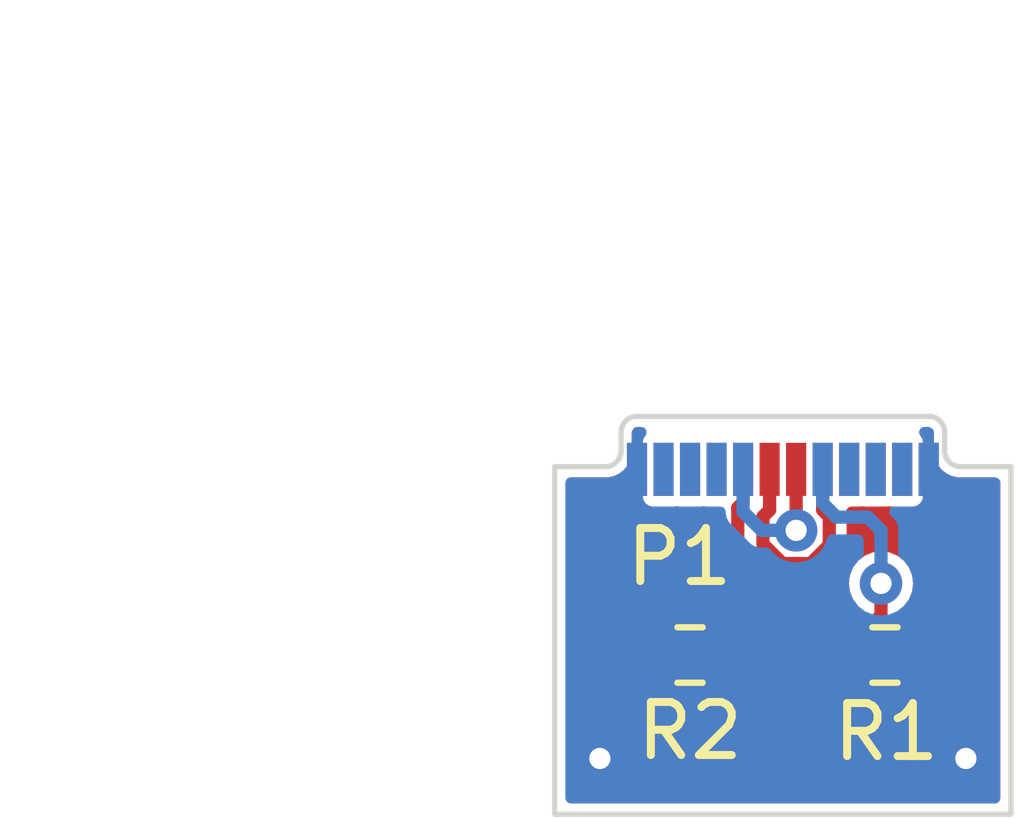
<source format=kicad_pcb>
(kicad_pcb (version 20240108) (generator "pcbnew") (generator_version "8.0")
  (title_block (title "Loop Back SuzyQ") (date "2024-07-26") (rev "A") (comment 1 "0.8 mm PCB Thickness"))
  (layers (0 "F.Cu" signal) (31 "B.Cu" signal) (34 "B.Paste" user) (35 "F.Paste" user) (36 "B.SilkS" user "B.Silkscreen") (37 "F.SilkS" user "F.Silkscreen") (38 "B.Mask" user) (39 "F.Mask" user) (44 "Edge.Cuts" user))
  (net 0 "")
  (net 1 "GND")
  (net 3 "/D-")
  (net 7 "Net-(P1-VCONN)")
  (net 9 "/D+")
  (net 10 "Net-(P1-CC)")
  (footprint "Resistor_SMD:R_0603_1608Metric" (layer "F.Cu") (at 138.175 75.5)
    (property "Reference" "R1" (at 0.025 1.45 0) (layer "F.SilkS"))
    (property "Value" "5.1k")
    (fp_line (start -0.237258 -0.5225) (end 0.237258 -0.5225) (stroke (width 0.12)) (layer "F.SilkS"))
    (fp_line (start -0.237258 0.5225) (end 0.237258 0.5225) (stroke (width 0.12)) (layer "F.SilkS"))
    (pad "1" smd roundrect (at -0.825 0) (size 0.8 0.95) (layers "F.Cu" "F.Paste" "F.Mask") (net 7 "Net-(P1-VCONN)"))
    (pad "2" smd roundrect (at 0.825 0) (size 0.8 0.95) (layers "F.Cu" "F.Paste" "F.Mask") (net 1 "GND"))
  )
  (footprint "MolexPlug:USB_C_Plug_Molex_105444" (layer "F.Cu") (at 136.25 71.96)
    (property "Reference" "P1" (at -1.95 1.69 0) (layer "F.SilkS"))
    (property "Value" "USB_C_Plug")
    (pad "A1" smd rect (at -2.75 0.04) (size 0.38 1) (layers "F.Cu" "F.Paste" "F.Mask") (net 1 "GND"))
    (pad "A2" smd rect (at -2.25 0.04) (size 0.38 1) (layers "F.Cu" "F.Paste" "F.Mask"))
    (pad "A3" smd rect (at -1.75 0.04) (size 0.38 1) (layers "F.Cu" "F.Paste" "F.Mask"))
    (pad "A4" smd rect (at -1.25 0.04) (size 0.38 1) (layers "F.Cu" "F.Paste" "F.Mask"))
    (pad "A5" smd rect (at -0.75 0.04) (size 0.38 1) (layers "F.Cu" "F.Paste" "F.Mask") (net 10 "Net-(P1-CC)"))
    (pad "A6" smd rect (at -0.25 0.04) (size 0.38 1) (layers "F.Cu" "F.Paste" "F.Mask") (net 9 "/D+"))
    (pad "A7" smd rect (at 0.25 0.04) (size 0.38 1) (layers "F.Cu" "F.Paste" "F.Mask") (net 3 "/D-"))
    (pad "A8" smd rect (at 0.75 0.04) (size 0.38 1) (layers "F.Cu" "F.Paste" "F.Mask") (net 9 "/D+"))
    (pad "A9" smd rect (at 1.25 0.04) (size 0.38 1) (layers "F.Cu" "F.Paste" "F.Mask"))
    (pad "A10" smd rect (at 1.75 0.04) (size 0.38 1) (layers "F.Cu" "F.Paste" "F.Mask"))
    (pad "A11" smd rect (at 2.25 0.04) (size 0.38 1) (layers "F.Cu" "F.Paste" "F.Mask"))
    (pad "A12" smd rect (at 2.75 0.04) (size 0.38 1) (layers "F.Cu" "F.Paste" "F.Mask") (net 1 "GND"))
    (pad "B1" smd rect (at 2.75 0.04) (size 0.38 1) (layers "B.Cu" "B.Paste" "B.Mask") (net 1 "GND"))
    (pad "B2" smd rect (at 2.25 0.04) (size 0.38 1) (layers "B.Cu" "B.Paste" "B.Mask"))
    (pad "B3" smd rect (at 1.75 0.04) (size 0.38 1) (layers "B.Cu" "B.Paste" "B.Mask"))
    (pad "B4" smd rect (at 1.25 0.04) (size 0.38 1) (layers "B.Cu" "B.Paste" "B.Mask"))
    (pad "B5" smd rect (at 0.75 0.04) (size 0.38 1) (layers "B.Cu" "B.Paste" "B.Mask") (net 7 "Net-(P1-VCONN)"))
    (pad "B8" smd rect (at -0.75 0.04) (size 0.38 1) (layers "B.Cu" "B.Paste" "B.Mask") (net 3 "/D-"))
    (pad "B9" smd rect (at -1.25 0.04) (size 0.38 1) (layers "B.Cu" "B.Paste" "B.Mask"))
    (pad "B10" smd rect (at -1.75 0.04) (size 0.38 1) (layers "B.Cu" "B.Paste" "B.Mask"))
    (pad "B11" smd rect (at -2.25 0.04) (size 0.38 1) (layers "B.Cu" "B.Paste" "B.Mask"))
    (pad "B12" smd rect (at -2.75 0.04) (size 0.38 1) (layers "B.Cu" "B.Paste" "B.Mask") (net 1 "GND"))
    (pad "S1" smd rect (at -3.42 0.88) (size 0.7 1.15) (layers "F.Cu" "F.Paste" "F.Mask") (net 1 "GND"))
    (pad "S1" smd rect (at 3.42 0.88) (size 0.7 1.15) (layers "B.Cu" "B.Paste" "B.Mask") (net 1 "GND"))
  )
  (footprint "Resistor_SMD:R_0603_1608Metric" (layer "F.Cu") (at 134.5 75.5 180)
    (property "Reference" "R2" (at 0 -1.43 180) (layer "F.SilkS"))
    (property "Value" "5.1k")
    (fp_line (start -0.237258 0.5225) (end 0.237258 0.5225) (stroke (width 0.12)) (layer "F.SilkS"))
    (fp_line (start -0.237258 -0.5225) (end 0.237258 -0.5225) (stroke (width 0.12)) (layer "F.SilkS"))
    (pad "1" smd roundrect (at -0.825 0 180) (size 0.8 0.95) (layers "F.Cu" "F.Paste" "F.Mask") (net 10 "Net-(P1-CC)"))
    (pad "2" smd roundrect (at 0.825 0 180) (size 0.8 0.95) (layers "F.Cu" "F.Paste" "F.Mask") (net 1 "GND"))
  )
  (gr_arc (start 139.6 71.95) (mid 139.387868 71.862132) (end 139.3 71.65) (stroke (width 0.1)) (layer "Edge.Cuts"))
  (gr_line (start 131.95 71.95) (end 131.95 78.5) (stroke (width 0.1)) (layer "Edge.Cuts"))
  (gr_arc (start 133.2 71.3) (mid 133.287868 71.087868) (end 133.5 71) (stroke (width 0.1)) (layer "Edge.Cuts"))
  (gr_line (start 140.55 71.95) (end 140.55 78.5) (stroke (width 0.1)) (layer "Edge.Cuts"))
  (gr_line (start 133.5 71) (end 139 71) (stroke (width 0.1)) (layer "Edge.Cuts"))
  (gr_line (start 133.2 71.3) (end 133.2 71.65) (stroke (width 0.1)) (layer "Edge.Cuts"))
  (gr_line (start 131.95 78.5) (end 140.55 78.5) (stroke (width 0.1)) (layer "Edge.Cuts"))
  (gr_arc (start 139 71) (mid 139.212132 71.087868) (end 139.3 71.3) (stroke (width 0.1)) (layer "Edge.Cuts"))
  (gr_line (start 139.3 71.3) (end 139.3 71.65) (stroke (width 0.1)) (layer "Edge.Cuts"))
  (gr_line (start 131.95 71.95) (end 132.9 71.95) (stroke (width 0.1)) (layer "Edge.Cuts"))
  (gr_arc (start 133.2 71.65) (mid 133.112132 71.862132) (end 132.9 71.95) (stroke (width 0.1)) (layer "Edge.Cuts"))
  (gr_line (start 139.6 71.95) (end 140.55 71.95) (stroke (width 0.1)) (layer "Edge.Cuts"))
  (via (at 132.8 77.45) (size 0.8) (drill 0.4) (layers "F.Cu" "B.Cu") (net 1))
  (via (at 139.7 77.45) (size 0.8) (drill 0.4) (layers "F.Cu" "B.Cu") (net 1))
  (segment (start 136.5 72) (end 136.5 73.15) (width 0.25) (layer "F.Cu") (net 3))
  (via (at 136.5 73.15) (size 0.8) (drill 0.4) (layers "F.Cu" "B.Cu") (net 3))
  (segment (start 136.5 73.15) (end 135.85 73.15) (width 0.25) (layer "B.Cu") (net 3))
  (segment (start 135.5 72.8) (end 135.5 72) (width 0.25) (layer "B.Cu") (net 3))
  (segment (start 135.85 73.15) (end 135.5 72.8) (width 0.25) (layer "B.Cu") (net 3))
  (segment (start 138.1 74.15) (end 138.1 74.75) (width 0.25) (layer "F.Cu") (net 7))
  (segment (start 138.1 74.75) (end 137.35 75.5) (width 0.25) (layer "F.Cu") (net 7))
  (via (at 138.1 74.15) (size 0.8) (drill 0.4) (layers "F.Cu" "B.Cu") (net 7))
  (segment (start 137.85 72.9) (end 137.26 72.9) (width 0.25) (layer "B.Cu") (net 7))
  (segment (start 138.1 73.15) (end 137.85 72.9) (width 0.25) (layer "B.Cu") (net 7))
  (segment (start 138.1 74.15) (end 138.1 73.15) (width 0.25) (layer "B.Cu") (net 7))
  (segment (start 137.26 72.9) (end 137 72.64) (width 0.25) (layer "B.Cu") (net 7))
  (segment (start 137 72.64) (end 137 72) (width 0.25) (layer "B.Cu") (net 7))
  (segment (start 135.875 72.891116) (end 135.875 73.408884) (width 0.25) (layer "F.Cu") (net 9))
  (segment (start 137 72.766116) (end 137 72) (width 0.25) (layer "F.Cu") (net 9))
  (segment (start 137.125 73.425) (end 137.125 72.891116) (width 0.25) (layer "F.Cu") (net 9))
  (segment (start 136 72.766116) (end 135.875 72.891116) (width 0.25) (layer "F.Cu") (net 9))
  (segment (start 135.875 73.408884) (end 136.241116 73.775) (width 0.25) (layer "F.Cu") (net 9))
  (segment (start 136.775 73.775) (end 137.125 73.425) (width 0.25) (layer "F.Cu") (net 9))
  (segment (start 136 72) (end 136 72.766116) (width 0.25) (layer "F.Cu") (net 9))
  (segment (start 137.125 72.891116) (end 137 72.766116) (width 0.25) (layer "F.Cu") (net 9))
  (segment (start 136.241116 73.775) (end 136.775 73.775) (width 0.25) (layer "F.Cu") (net 9))
  (segment (start 135.4 72.725) (end 135.5 72.625) (width 0.25) (layer "F.Cu") (net 10))
  (segment (start 135.325 75.5) (end 135.4 75.425) (width 0.25) (layer "F.Cu") (net 10))
  (segment (start 135.4 75.425) (end 135.4 72.725) (width 0.25) (layer "F.Cu") (net 10))
  (segment (start 135.5 72.625) (end 135.5 72) (width 0.25) (layer "F.Cu") (net 10))
  (zone (net 1) (net_name "GND") (layer "F.Cu") (priority 1) (connect_pads yes (clearance 0.2)) (min_thickness 0.2) (fill yes (thermal_gap 0.5) (thermal_bridge_width 0.5))
    (polygon (pts (xy 131.95 70.25) (xy 131.95 78.5) (xy 140.55 78.5) (xy 140.55 70.25)))
  )
  (zone (net 1) (net_name "GND") (layers "F&B.Cu") (connect_pads yes (clearance 0.2)) (min_thickness 0.2) (fill yes (thermal_gap 0.5) (thermal_bridge_width 0.5))
    (polygon (pts (xy 131.95 70.5) (xy 131.95 78.5) (xy 140.55 78.5) (xy 140.55 70.5)))
  )
)
</source>
